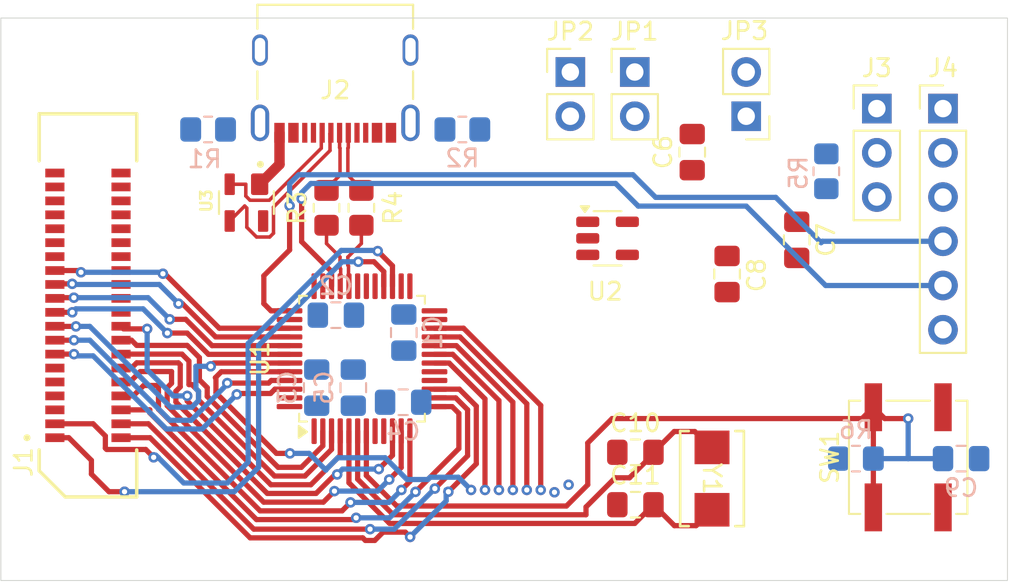
<source format=kicad_pcb>
(kicad_pcb (version 20221018) (generator pcbnew)
  (layers (0 "F.Cu" signal) (1 "In1.Cu" signal) (2 "In2.Cu" signal) (31 "B.Cu" signal) (34 "B.Paste" user) (35 "F.Paste" user) (36 "B.SilkS" user "B.Silkscreen") (37 "F.SilkS" user "F.Silkscreen") (38 "B.Mask" user) (39 "F.Mask" user) (44 "Edge.Cuts" user))
  (net 0 "")
  (net 1 "GND")
  (net 2 "VDD")
  (net 3 "COL15")
  (net 4 "ROW5")
  (net 5 "COL14")
  (net 6 "ROW4")
  (net 7 "COL13")
  (net 8 "ROW3")
  (net 9 "COL12")
  (net 10 "ROW2")
  (net 11 "COL11")
  (net 12 "ROW1")
  (net 13 "COL10")
  (net 14 "ROW0")
  (net 15 "COL9")
  (net 16 "ENC_B")
  (net 17 "COL8")
  (net 18 "ENC_A")
  (net 19 "COL7")
  (net 20 "ENC_SW")
  (net 21 "COL6")
  (net 23 "COL5")
  (net 25 "COL4")
  (net 27 "COL3")
  (net 29 "COL2")
  (net 31 "COL1")
  (net 33 "COL0")
  (net 42 "USB-")
  (net 43 "USB+")
  (net 45 "Net-(J2-CC1)")
  (net 47 "Net-(J2-CC2)")
  (net 49 "D+")
  (net 50 "D-")
  (net 51 "Net-(JP1-B)")
  (net 52 "Net-(JP3-A)")
  (net 53 "Net-(U2-BP)")
  (net 54 "VBUS")
  (net 55 "Net-(JP2-B)")
  (net 56 "NRST")
  (net 57 "BOOT")
  (net 58 "Net-(J3-Pin_2)")
  (net 59 "Net-(U1-PD0)")
  (net 60 "Net-(U1-PD1)")
  (net 61 "SWDIO")
  (net 62 "SWCLK")
  (footprint "Resistor_SMD:R_0805_2012Metric_Pad1.20x1.40mm_HandSolder" (layer "F.Cu") (at 111 63.2 -90)
    (fp_text reference "R4")
    (fp_text value "22")
  )
  (footprint "Controller:SAMTEC_ERM8-020-X-X-DV" (layer "F.Cu") (at 97.3 68.8 90)
    (fp_text reference "J1")
    (fp_text value "Conn_02x20_Odd_Even")
  )
  (footprint "Capacitor_SMD:C_0805_2012Metric_Pad1.18x1.45mm_HandSolder" (layer "F.Cu") (at 134 67 -90)
    (fp_text reference "C8")
    (fp_text value "0.1uF")
  )
  (footprint "Package_QFP:LQFP-48_7x7mm_P0.5mm" (layer "F.Cu") (at 113.0375 71.8625 90)
    (fp_text reference "U1")
    (fp_text value "STM32F103CBTx")
  )
  (footprint "Connector_PinHeader_2.54mm:PinHeader_1x02_P2.54mm_Vertical" (layer "F.Cu") (at 125 55.4)
    (fp_text reference "JP2")
    (fp_text value "Jumper_2_Open")
  )
  (footprint "Capacitor_SMD:C_0805_2012Metric_Pad1.18x1.45mm_HandSolder" (layer "F.Cu") (at 128.735968 80.2474)
    (fp_text reference "C11")
    (fp_text value "10pF")
  )
  (footprint "Connector_PinHeader_2.54mm:PinHeader_1x02_P2.54mm_Vertical" (layer "F.Cu") (at 135.1 57.94 180)
    (fp_text reference "JP3")
    (fp_text value "Jumper_2_Open")
  )
  (footprint "Capacitor_SMD:C_0805_2012Metric_Pad1.18x1.45mm_HandSolder" (layer "F.Cu") (at 138 65.0375 -90)
    (fp_text reference "C7")
    (fp_text value "10uF")
  )
  (footprint "Connector_PinHeader_2.54mm:PinHeader_1x02_P2.54mm_Vertical" (layer "F.Cu") (at 128.7 55.4)
    (fp_text reference "JP1")
    (fp_text value "Jumper_2_Open")
  )
  (footprint "Capacitor_SMD:C_0805_2012Metric_Pad1.18x1.45mm_HandSolder" (layer "F.Cu") (at 132 60 90)
    (fp_text reference "C6")
    (fp_text value "1uF")
  )
  (footprint "Button_Switch_SMD:SW_SPST_B3SL-1002P" (layer "F.Cu") (at 144.4 77.525 90)
    (fp_text reference "SW1")
    (fp_text value "SW_Push")
  )
  (footprint "Controller:AMPHENOL_12402012E212A" (layer "F.Cu") (at 111.5 54.14 180)
    (fp_text reference "J2")
    (fp_text value "USB_C_Receptacle")
  )
  (footprint "Connector_PinHeader_2.54mm:PinHeader_1x03_P2.54mm_Vertical" (layer "F.Cu") (at 142.6 57.5)
    (fp_text reference "J3")
    (fp_text value "Conn_01x03")
  )
  (footprint "Package_TO_SOT_SMD:SOT-23-5" (layer "F.Cu") (at 127.1375 64.95)
    (fp_text reference "U2")
    (fp_text value "AP131-33")
  )
  (footprint "Connector_PinHeader_2.54mm:PinHeader_1x06_P2.54mm_Vertical" (layer "F.Cu") (at 146.4 57.5)
    (fp_text reference "J4")
    (fp_text value "Conn_01x06")
  )
  (footprint "Resistor_SMD:R_0805_2012Metric_Pad1.20x1.40mm_HandSolder" (layer "F.Cu") (at 113 63.2 -90)
    (fp_text reference "R3")
    (fp_text value "22")
  )
  (footprint "Capacitor_SMD:C_0805_2012Metric_Pad1.18x1.45mm_HandSolder" (layer "F.Cu") (at 128.735968 77.2374)
    (fp_text reference "C10")
    (fp_text value "10pF")
  )
  (footprint "Controller:XTAL_ABM3-8.000MHZ-D2Y-T_ABR" (layer "F.Cu") (at 133.135968 78.7467 -90)
    (fp_text reference "Y1")
    (fp_text value "Crystal")
  )
  (footprint "Controller:SOT192P237X122-4N" (layer "F.Cu") (at 106.4 62.9 -90)
    (fp_text reference "U3")
    (fp_text value "TPD2E001DZDR")
  )
  (footprint "Capacitor_SMD:C_0805_2012Metric_Pad1.18x1.45mm_HandSolder" (layer "B.Cu") (at 110.4375 73.525 -90)
    (fp_text reference "C3")
    (fp_text value "100nF")
  )
  (footprint "Resistor_SMD:R_0805_2012Metric_Pad1.20x1.40mm_HandSolder" (layer "B.Cu") (at 141.4 77.6 180)
    (fp_text reference "R6")
    (fp_text value "10k")
  )
  (footprint "Capacitor_SMD:C_0805_2012Metric_Pad1.18x1.45mm_HandSolder" (layer "B.Cu") (at 111.5375 69.3625 180)
    (fp_text reference "C2")
    (fp_text value "100nF")
  )
  (footprint "Resistor_SMD:R_0805_2012Metric_Pad1.20x1.40mm_HandSolder" (layer "B.Cu") (at 104.2 58.7 180)
    (fp_text reference "R1")
    (fp_text value "5k1")
  )
  (footprint "Capacitor_SMD:C_0805_2012Metric_Pad1.18x1.45mm_HandSolder" (layer "B.Cu") (at 112.5375 73.525 -90)
    (fp_text reference "C5")
    (fp_text value "4.7uF")
  )
  (footprint "Capacitor_SMD:C_0805_2012Metric_Pad1.18x1.45mm_HandSolder" (layer "B.Cu") (at 115.4 74.3625)
    (fp_text reference "C4")
    (fp_text value "10nF")
  )
  (footprint "Capacitor_SMD:C_0805_2012Metric_Pad1.18x1.45mm_HandSolder" (layer "B.Cu") (at 115.4375 70.3625 90)
    (fp_text reference "C1")
    (fp_text value "100nF")
  )
  (footprint "Resistor_SMD:R_0805_2012Metric_Pad1.20x1.40mm_HandSolder" (layer "B.Cu") (at 118.8 58.7)
    (fp_text reference "R2")
    (fp_text value "5k1")
  )
  (footprint "Capacitor_SMD:C_0805_2012Metric_Pad1.18x1.45mm_HandSolder" (layer "B.Cu") (at 147.4375 77.6)
    (fp_text reference "C9")
    (fp_text value "0.1uF")
  )
  (footprint "Resistor_SMD:R_0805_2012Metric_Pad1.20x1.40mm_HandSolder" (layer "B.Cu") (at 139.7 61.1 90)
    (fp_text reference "R5")
    (fp_text value "10k")
  )
  (gr_poly (pts (xy 92.3 52.3) (xy 150.1 52.3) (xy 150.1 84.6) (xy 92.3 84.6)) (stroke (width 0.05)) (fill none) (layer "Edge.Cuts"))
  (segment (start 108.3 60.705) (end 108.3 58.89) (width 0.6) (layer "F.Cu") (net 1))
  (segment (start 107.16 61.845) (end 108.3 60.705) (width 0.6) (layer "F.Cu") (net 1))
  (segment (start 96.2 76.4) (end 97.5 77.7) (width 0.3) (layer "F.Cu") (net 3))
  (segment (start 98.50901 79.5) (end 99.4 79.5) (width 0.3) (layer "F.Cu") (net 3))
  (segment (start 113.723121 66.295001) (end 112.825 66.295001) (width 0.3) (layer "F.Cu") (net 3))
  (segment (start 97.5 77.7) (end 97.5 78.49099) (width 0.3) (layer "F.Cu") (net 3))
  (segment (start 114.2875 66.85938) (end 113.723121 66.295001) (width 0.3) (layer "F.Cu") (net 3))
  (segment (start 95.4 76.4) (end 96.2 76.4) (width 0.3) (layer "F.Cu") (net 3))
  (segment (start 97.5 78.49099) (end 98.50901 79.5) (width 0.3) (layer "F.Cu") (net 3))
  (segment (start 114.2875 67.7) (end 114.2875 66.85938) (width 0.3) (layer "F.Cu") (net 3))
  (via (at 99.4 79.5) (size 0.6) (drill 0.3) (layers "F.Cu" "B.Cu") (net 3))
  (via (at 112.825 66.295001) (size 0.6) (drill 0.3) (layers "F.Cu" "B.Cu") (net 3))
  (segment (start 107.1 78.1) (end 105.7 79.5) (width 0.3) (layer "B.Cu") (net 3))
  (segment (start 111.899543 66.295001) (end 107.1 71.094544) (width 0.3) (layer "B.Cu") (net 3))
  (segment (start 105.7 79.5) (end 99.4 79.5) (width 0.3) (layer "B.Cu") (net 3))
  (segment (start 112.825 66.295001) (end 111.899543 66.295001) (width 0.3) (layer "B.Cu") (net 3))
  (segment (start 107.1 71.094544) (end 107.1 78.1) (width 0.3) (layer "B.Cu") (net 3))
  (segment (start 119.6 77.900361) (end 119.6 74.585788) (width 0.3) (layer "F.Cu") (net 4))
  (segment (start 114.246839 81.8224) (end 115.5224 81.8224) (width 0.3) (layer "F.Cu") (net 4))
  (segment (start 113.230761 82.3) (end 113.769239 82.3) (width 0.3) (layer "F.Cu") (net 4))
  (segment (start 113.769239 82.3) (end 114.246839 81.8224) (width 0.3) (layer "F.Cu") (net 4))
  (segment (start 115.5224 81.8224) (end 115.8 82.1) (width 0.3) (layer "F.Cu") (net 4))
  (segment (start 117.998003 79.502358) (end 119.6 77.900361) (width 0.3) (layer "F.Cu") (net 4))
  (segment (start 119.6 74.585788) (end 118.626712 73.6125) (width 0.3) (layer "F.Cu") (net 4))
  (segment (start 99.2 76.4) (end 100.86447 76.4) (width 0.3) (layer "F.Cu") (net 4))
  (segment (start 118.626712 73.6125) (end 117.2 73.6125) (width 0.3) (layer "F.Cu") (net 4))
  (segment (start 113.080761 82.15) (end 113.230761 82.3) (width 0.3) (layer "F.Cu") (net 4))
  (segment (start 100.86447 76.4) (end 106.61447 82.15) (width 0.3) (layer "F.Cu") (net 4))
  (segment (start 106.61447 82.15) (end 113.080761 82.15) (width 0.3) (layer "F.Cu") (net 4))
  (via (at 117.998003 79.502358) (size 0.6) (drill 0.3) (layers "F.Cu" "B.Cu") (net 4))
  (via (at 115.8 82.1) (size 0.6) (drill 0.3) (layers "F.Cu" "B.Cu") (net 4))
  (segment (start 115.8 82.1) (end 117.86924 80.03076) (width 0.3) (layer "B.Cu") (net 4))
  (segment (start 117.895645 79.4) (end 117.998003 79.502358) (width 0.3) (layer "B.Cu") (net 4))
  (segment (start 117.86924 80.03076) (end 117.86924 79.4) (width 0.3) (layer "B.Cu") (net 4))
  (segment (start 117.86924 79.4) (end 117.895645 79.4) (width 0.3) (layer "B.Cu") (net 4))
  (segment (start 114.7875 66.528563) (end 113.941842 65.682905) (width 0.3) (layer "F.Cu") (net 5))
  (segment (start 101.072615 77.527385) (end 100.62023 77.075) (width 0.3) (layer "F.Cu") (net 5))
  (segment (start 97.6 75.6) (end 95.4 75.6) (width 0.3) (layer "F.Cu") (net 5))
  (segment (start 114.7875 67.7) (end 114.7875 66.528563) (width 0.3) (layer "F.Cu") (net 5))
  (segment (start 98.3 76.3) (end 97.6 75.6) (width 0.3) (layer "F.Cu") (net 5))
  (segment (start 98.375 77.075) (end 98.3 77) (width 0.3) (layer "F.Cu") (net 5))
  (segment (start 100.62023 77.075) (end 98.375 77.075) (width 0.3) (layer "F.Cu") (net 5))
  (segment (start 98.3 77) (end 98.3 76.3) (width 0.3) (layer "F.Cu") (net 5))
  (via (at 113.941842 65.682905) (size 0.6) (drill 0.3) (layers "F.Cu" "B.Cu") (net 5))
  (via (at 101.072615 77.527385) (size 0.6) (drill 0.3) (layers "F.Cu" "B.Cu") (net 5))
  (segment (start 101.35 77.55) (end 101.327385 77.527385) (width 0.3) (layer "B.Cu") (net 5))
  (segment (start 101.2 77.4) (end 101.35 77.55) (width 0.3) (layer "B.Cu") (net 5))
  (segment (start 102.8 79) (end 105.3 79) (width 0.3) (layer "B.Cu") (net 5))
  (segment (start 105.3 79) (end 106.5 77.8) (width 0.3) (layer "B.Cu") (net 5))
  (segment (start 101.35 77.55) (end 102.8 79) (width 0.3) (layer "B.Cu") (net 5))
  (segment (start 106.5 77.8) (end 106.5 70.987438) (width 0.3) (layer "B.Cu") (net 5))
  (segment (start 101.327385 77.527385) (end 101.072615 77.527385) (width 0.3) (layer "B.Cu") (net 5))
  (segment (start 113.903938 65.645001) (end 113.941842 65.682905) (width 0.3) (layer "B.Cu") (net 5))
  (segment (start 111.842437 65.645001) (end 113.903938 65.645001) (width 0.3) (layer "B.Cu") (net 5))
  (segment (start 106.5 70.987438) (end 111.842437 65.645001) (width 0.3) (layer "B.Cu") (net 5))
  (segment (start 99.2 75.6) (end 100.771576 75.6) (width 0.3) (layer "F.Cu") (net 6))
  (segment (start 119.1 77.43848) (end 119.1 74.792894) (width 0.3) (layer "F.Cu") (net 6))
  (segment (start 119.1 74.792894) (end 118.419606 74.1125) (width 0.3) (layer "F.Cu") (net 6))
  (segment (start 117.21924 79.31924) (end 119.1 77.43848) (width 0.3) (layer "F.Cu") (net 6))
  (segment (start 106.821576 81.65) (end 113.5 81.65) (width 0.3) (layer "F.Cu") (net 6))
  (segment (start 100.771576 75.6) (end 106.821576 81.65) (width 0.3) (layer "F.Cu") (net 6))
  (segment (start 118.419606 74.1125) (end 117.2 74.1125) (width 0.3) (layer "F.Cu") (net 6))
  (via (at 113.5 81.65) (size 0.6) (drill 0.3) (layers "F.Cu" "B.Cu") (net 6))
  (via (at 117.21924 79.31924) (size 0.6) (drill 0.3) (layers "F.Cu" "B.Cu") (net 6))
  (segment (start 114.88848 81.65) (end 117.21924 79.31924) (width 0.3) (layer "B.Cu") (net 6))
  (segment (start 113.5 81.65) (end 114.88848 81.65) (width 0.3) (layer "B.Cu") (net 6))
  (via (at 124.9 79.1) (size 0.6) (drill 0.3) (layers "F.Cu" "B.Cu") (net 7))
  (segment (start 116.10962 79.50962) (end 118.6 77.01924) (width 0.3) (layer "F.Cu") (net 8))
  (segment (start 118.6 77.01924) (end 118.6 75) (width 0.3) (layer "F.Cu") (net 8))
  (segment (start 118.6 75) (end 118.2125 74.6125) (width 0.3) (layer "F.Cu") (net 8))
  (segment (start 99.2 74.8) (end 100.85 74.8) (width 0.3) (layer "F.Cu") (net 8))
  (segment (start 100.85 74.8) (end 100.85 74.971318) (width 0.3) (layer "F.Cu") (net 8))
  (segment (start 106.978682 81.1) (end 112.6 81.1) (width 0.3) (layer "F.Cu") (net 8))
  (segment (start 112.6 81.1) (end 112.7 81) (width 0.3) (layer "F.Cu") (net 8))
  (segment (start 118.2125 74.6125) (end 117.2 74.6125) (width 0.3) (layer "F.Cu") (net 8))
  (segment (start 100.85 74.971318) (end 106.978682 81.1) (width 0.3) (layer "F.Cu") (net 8))
  (via (at 116.10962 79.50962) (size 0.6) (drill 0.3) (layers "F.Cu" "B.Cu") (net 8))
  (via (at 112.7 81) (size 0.6) (drill 0.3) (layers "F.Cu" "B.Cu") (net 8))
  (segment (start 112.7 81) (end 114.61924 81) (width 0.3) (layer "B.Cu") (net 8))
  (segment (start 114.61924 81) (end 116.10962 79.50962) (width 0.3) (layer "B.Cu") (net 8))
  (via (at 124.089126 79.531521) (size 0.6) (drill 0.3) (layers "F.Cu" "B.Cu") (net 9))
  (segment (start 111.894 80.6) (end 107.185788 80.6) (width 0.3) (layer "F.Cu") (net 10))
  (segment (start 101.35 74.764212) (end 101.35 73.4) (width 0.3) (layer "F.Cu") (net 10))
  (segment (start 99.9 74) (end 99.2 74) (width 0.3) (layer "F.Cu") (net 10))
  (segment (start 115.7875 76.025) (end 115.7875 78.9125) (width 0.3) (layer "F.Cu") (net 10))
  (segment (start 112.378845 80.115155) (end 111.894 80.6) (width 0.3) (layer "F.Cu") (net 10))
  (segment (start 100.5 73.4) (end 99.9 74) (width 0.3) (layer "F.Cu") (net 10))
  (segment (start 101.35 73.4) (end 100.5 73.4) (width 0.3) (layer "F.Cu") (net 10))
  (segment (start 115.7875 78.9125) (end 115.3 79.4) (width 0.3) (layer "F.Cu") (net 10))
  (segment (start 107.185788 80.6) (end 101.35 74.764212) (width 0.3) (layer "F.Cu") (net 10))
  (via (at 115.3 79.4) (size 0.6) (drill 0.3) (layers "F.Cu" "B.Cu") (net 10))
  (via (at 112.378845 80.115155) (size 0.6) (drill 0.3) (layers "F.Cu" "B.Cu") (net 10))
  (segment (start 112.378845 80.115155) (end 114.584845 80.115155) (width 0.3) (layer "B.Cu") (net 10))
  (segment (start 114.584845 80.115155) (end 115.3 79.4) (width 0.3) (layer "B.Cu") (net 10))
  (segment (start 123.300009 74.543465) (end 123.300009 79.4) (width 0.3) (layer "F.Cu") (net 11))
  (segment (start 117.2 70.1125) (end 118.869044 70.1125) (width 0.3) (layer "F.Cu") (net 11))
  (segment (start 118.869044 70.1125) (end 123.300009 74.543465) (width 0.3) (layer "F.Cu") (net 11))
  (via (at 123.300009 79.4) (size 0.6) (drill 0.3) (layers "F.Cu" "B.Cu") (net 11))
  (segment (start 100.307106 72.6) (end 99.707106 73.2) (width 0.3) (layer "F.Cu") (net 12))
  (segment (start 99.707106 73.2) (end 99.2 73.2) (width 0.3) (layer "F.Cu") (net 12))
  (segment (start 102.1 73.273655) (end 102.1 72.6) (width 0.3) (layer "F.Cu") (net 12))
  (segment (start 107.392894 80.1) (end 101.85 74.557106) (width 0.3) (layer "F.Cu") (net 12))
  (segment (start 115.2875 78.1125) (end 114.6 78.8) (width 0.3) (layer "F.Cu") (net 12))
  (segment (start 102.1 72.6) (end 100.307106 72.6) (width 0.3) (layer "F.Cu") (net 12))
  (segment (start 101.85 73.523655) (end 102.1 73.273655) (width 0.3) (layer "F.Cu") (net 12))
  (segment (start 115.2875 76.025) (end 115.2875 78.1125) (width 0.3) (layer "F.Cu") (net 12))
  (segment (start 110.819239 80.1) (end 107.392894 80.1) (width 0.3) (layer "F.Cu") (net 12))
  (segment (start 101.85 74.557106) (end 101.85 73.523655) (width 0.3) (layer "F.Cu") (net 12))
  (segment (start 111.454084 79.465155) (end 110.819239 80.1) (width 0.3) (layer "F.Cu") (net 12))
  (via (at 111.454084 79.465155) (size 0.6) (drill 0.3) (layers "F.Cu" "B.Cu") (net 12))
  (via (at 114.6 78.8) (size 0.6) (drill 0.3) (layers "F.Cu" "B.Cu") (net 12))
  (segment (start 113.934845 79.465155) (end 114.6 78.8) (width 0.3) (layer "B.Cu") (net 12))
  (segment (start 111.454084 79.465155) (end 113.934845 79.465155) (width 0.3) (layer "B.Cu") (net 12))
  (segment (start 122.500006 74.450568) (end 122.500006 79.4) (width 0.3) (layer "F.Cu") (net 13))
  (segment (start 117.2 70.6125) (end 118.661938 70.6125) (width 0.3) (layer "F.Cu") (net 13))
  (segment (start 118.661938 70.6125) (end 122.500006 74.450568) (width 0.3) (layer "F.Cu") (net 13))
  (via (at 122.500006 79.4) (size 0.6) (drill 0.3) (layers "F.Cu" "B.Cu") (net 13))
  (segment (start 100.1 72.1) (end 99.8 72.4) (width 0.3) (layer "F.Cu") (net 14))
  (segment (start 102.35 74.35) (end 102.35 73.730761) (width 0.3) (layer "F.Cu") (net 14))
  (segment (start 114.7875 76.025) (end 114.7875 77.4125) (width 0.3) (layer "F.Cu") (net 14))
  (segment (start 102.6 72.207106) (end 102.492894 72.1) (width 0.3) (layer "F.Cu") (net 14))
  (segment (start 102.35 73.730761) (end 102.6 73.480761) (width 0.3) (layer "F.Cu") (net 14))
  (segment (start 110.4 79.6) (end 107.6 79.6) (width 0.3) (layer "F.Cu") (net 14))
  (segment (start 102.492894 72.1) (end 100.1 72.1) (width 0.3) (layer "F.Cu") (net 14))
  (segment (start 102.6 73.480761) (end 102.6 72.207106) (width 0.3) (layer "F.Cu") (net 14))
  (segment (start 99.8 72.4) (end 99.2 72.4) (width 0.3) (layer "F.Cu") (net 14))
  (segment (start 111.60962 78.50962) (end 111.49038 78.50962) (width 0.3) (layer "F.Cu") (net 14))
  (segment (start 114.7875 77.4125) (end 114 78.2) (width 0.3) (layer "F.Cu") (net 14))
  (segment (start 107.6 79.6) (end 102.35 74.35) (width 0.3) (layer "F.Cu") (net 14))
  (segment (start 111.49038 78.50962) (end 110.4 79.6) (width 0.3) (layer "F.Cu") (net 14))
  (via (at 114 78.2) (size 0.6) (drill 0.3) (layers "F.Cu" "B.Cu") (net 14))
  (via (at 111.60962 78.50962) (size 0.6) (drill 0.3) (layers "F.Cu" "B.Cu") (net 14))
  (segment (start 111.60962 78.50962) (end 111.91924 78.2) (width 0.3) (layer "B.Cu") (net 14))
  (segment (start 111.91924 78.2) (end 114 78.2) (width 0.3) (layer "B.Cu") (net 14))
  (segment (start 105.846452 73.9125) (end 105.899572 73.85938) (width 0.3) (layer "F.Cu") (net 15))
  (segment (start 96.5 71.6) (end 95.4 71.6) (width 0.3) (layer "F.Cu") (net 15))
  (segment (start 108.03438 73.6125) (end 108.875 73.6125) (width 0.3) (layer "F.Cu") (net 15))
  (segment (start 105.899572 73.85938) (end 107.7875 73.85938) (width 0.3) (layer "F.Cu") (net 15))
  (segment (start 107.7875 73.85938) (end 108.03438 73.6125) (width 0.3) (layer "F.Cu") (net 15))
  (via (at 96.5 71.6) (size 0.6) (drill 0.3) (layers "F.Cu" "B.Cu") (net 15))
  (via (at 105.846452 73.9125) (size 0.6) (drill 0.3) (layers "F.Cu" "B.Cu") (net 15))
  (segment (start 101.8 75.9) (end 97.6 71.7) (width 0.3) (layer "B.Cu") (net 15))
  (segment (start 97.6 71.7) (end 96.6 71.7) (width 0.3) (layer "B.Cu") (net 15))
  (segment (start 105.846452 73.9125) (end 103.858952 75.9) (width 0.3) (layer "B.Cu") (net 15))
  (segment (start 103.858952 75.9) (end 101.8 75.9) (width 0.3) (layer "B.Cu") (net 15))
  (segment (start 96.6 71.7) (end 96.5 71.6) (width 0.3) (layer "B.Cu") (net 15))
  (segment (start 111.2875 77.072726) (end 109.760226 78.6) (width 0.3) (layer "F.Cu") (net 16))
  (segment (start 103.65 74.235788) (end 103.65 73.730761) (width 0.3) (layer "F.Cu") (net 16))
  (segment (start 111.2875 76.025) (end 111.2875 77.072726) (width 0.3) (layer "F.Cu") (net 16))
  (segment (start 109.760226 78.6) (end 108.014212 78.6) (width 0.3) (layer "F.Cu") (net 16))
  (segment (start 103.65 73.730761) (end 103.269239 73.35) (width 0.3) (layer "F.Cu") (net 16))
  (segment (start 102.7 71.6) (end 99.2 71.6) (width 0.3) (layer "F.Cu") (net 16))
  (segment (start 103.1 72) (end 102.7 71.6) (width 0.3) (layer "F.Cu") (net 16))
  (segment (start 108.014212 78.6) (end 103.65 74.235788) (width 0.3) (layer "F.Cu") (net 16))
  (segment (start 103.1 73.35) (end 103.1 72) (width 0.3) (layer "F.Cu") (net 16))
  (segment (start 103.269239 73.35) (end 103.1 73.35) (width 0.3) (layer "F.Cu") (net 16))
  (segment (start 107.677274 73.2625) (end 107.827274 73.1125) (width 0.3) (layer "F.Cu") (net 17))
  (segment (start 105.3 73.2625) (end 107.677274 73.2625) (width 0.3) (layer "F.Cu") (net 17))
  (segment (start 96.499997 70.8) (end 96.5 70.799997) (width 0.3) (layer "F.Cu") (net 17))
  (segment (start 95.4 70.8) (end 96.499997 70.8) (width 0.3) (layer "F.Cu") (net 17))
  (segment (start 107.827274 73.1125) (end 108.875 73.1125) (width 0.3) (layer "F.Cu") (net 17))
  (via (at 96.5 70.799997) (size 0.6) (drill 0.3) (layers "F.Cu" "B.Cu") (net 17))
  (via (at 105.3 73.2625) (size 0.6) (drill 0.3) (layers "F.Cu" "B.Cu") (net 17))
  (segment (start 102.007106 75.4) (end 97.407103 70.799997) (width 0.3) (layer "B.Cu") (net 17))
  (segment (start 105.3 73.325107) (end 103.225107 75.4) (width 0.3) (layer "B.Cu") (net 17))
  (segment (start 97.407103 70.799997) (end 96.5 70.799997) (width 0.3) (layer "B.Cu") (net 17))
  (segment (start 105.3 73.2625) (end 105.3 73.325107) (width 0.3) (layer "B.Cu") (net 17))
  (segment (start 103.225107 75.4) (end 102.007106 75.4) (width 0.3) (layer "B.Cu") (net 17))
  (segment (start 109.55312 78.1) (end 108.221318 78.1) (width 0.3) (layer "F.Cu") (net 18))
  (segment (start 104.15 73.523655) (end 103.7 73.073655) (width 0.3) (layer "F.Cu") (net 18))
  (segment (start 110.7875 76.025) (end 110.7875 76.86562) (width 0.3) (layer "F.Cu") (net 18))
  (segment (start 103 71.1) (end 100.1 71.1) (width 0.3) (layer "F.Cu") (net 18))
  (segment (start 100.1 71.1) (end 99.8 70.8) (width 0.3) (layer "F.Cu") (net 18))
  (segment (start 103.7 73.073655) (end 103.7 71.8) (width 0.3) (layer "F.Cu") (net 18))
  (segment (start 108.221318 78.1) (end 104.15 74.028682) (width 0.3) (layer "F.Cu") (net 18))
  (segment (start 99.8 70.8) (end 99.2 70.8) (width 0.3) (layer "F.Cu") (net 18))
  (segment (start 103.7 71.8) (end 103 71.1) (width 0.3) (layer "F.Cu") (net 18))
  (segment (start 104.15 74.028682) (end 104.15 73.523655) (width 0.3) (layer "F.Cu") (net 18))
  (segment (start 110.7875 76.86562) (end 109.55312 78.1) (width 0.3) (layer "F.Cu") (net 18))
  (segment (start 104.35 72.3) (end 104.5375 72.1125) (width 0.3) (layer "F.Cu") (net 19))
  (segment (start 104.5375 72.1125) (end 108.875 72.1125) (width 0.3) (layer "F.Cu") (net 19))
  (segment (start 95.408035 70.008035) (end 95.4 70) (width 0.3) (layer "F.Cu") (net 19))
  (segment (start 96.613138 70.008035) (end 95.408035 70.008035) (width 0.3) (layer "F.Cu") (net 19))
  (via (at 96.613138 70.008035) (size 0.6) (drill 0.3) (layers "F.Cu" "B.Cu") (net 19))
  (via (at 104.35 72.3) (size 0.6) (drill 0.3) (layers "F.Cu" "B.Cu") (net 19))
  (segment (start 103.269239 74.648762) (end 102.048762 74.648762) (width 0.3) (layer "B.Cu") (net 19))
  (segment (start 103.65 74.268001) (end 103.269239 74.648762) (width 0.3) (layer "B.Cu") (net 19))
  (segment (start 104.35 72.3) (end 103.5 72.3) (width 0.3) (layer "B.Cu") (net 19))
  (segment (start 102.048762 74.648762) (end 97.408035 70.008035) (width 0.3) (layer "B.Cu") (net 19))
  (segment (start 103.5 72.3) (end 103.5 73.579523) (width 0.3) (layer "B.Cu") (net 19))
  (segment (start 103.65 73.729523) (end 103.65 74.268001) (width 0.3) (layer "B.Cu") (net 19))
  (segment (start 97.408035 70.008035) (end 96.613138 70.008035) (width 0.3) (layer "B.Cu") (net 19))
  (segment (start 103.5 73.579523) (end 103.65 73.729523) (width 0.3) (layer "B.Cu") (net 19))
  (segment (start 110.1 79.1) (end 111.7875 77.4125) (width 0.3) (layer "F.Cu") (net 20))
  (segment (start 103 74.292894) (end 107.807106 79.1) (width 0.3) (layer "F.Cu") (net 20))
  (segment (start 103 73.998762) (end 103 74.292894) (width 0.3) (layer "F.Cu") (net 20))
  (segment (start 111.7875 77.4125) (end 111.7875 76.025) (width 0.3) (layer "F.Cu") (net 20))
  (segment (start 100.7 70.15) (end 99.35 70.15) (width 0.3) (layer "F.Cu") (net 20))
  (segment (start 107.807106 79.1) (end 110.1 79.1) (width 0.3) (layer "F.Cu") (net 20))
  (segment (start 99.35 70.15) (end 99.2 70) (width 0.3) (layer "F.Cu") (net 20))
  (via (at 100.7 70.15) (size 0.6) (drill 0.3) (layers "F.Cu" "B.Cu") (net 20))
  (via (at 103 73.998762) (size 0.6) (drill 0.3) (layers "F.Cu" "B.Cu") (net 20))
  (segment (start 100.7 72.5) (end 100.7 70.15) (width 0.3) (layer "B.Cu") (net 20))
  (segment (start 102.198762 73.998762) (end 100.7 72.5) (width 0.3) (layer "B.Cu") (net 20))
  (segment (start 103 73.998762) (end 102.198762 73.998762) (width 0.3) (layer "B.Cu") (net 20))
  (segment (start 96.4 69.2) (end 95.4 69.2) (width 0.3) (layer "F.Cu") (net 21))
  (segment (start 102.997486 70.39038) (end 104.219606 71.6125) (width 0.3) (layer "F.Cu") (net 21))
  (segment (start 104.219606 71.6125) (end 108.875 71.6125) (width 0.3) (layer "F.Cu") (net 21))
  (segment (start 101.85962 70.39038) (end 102.997486 70.39038) (width 0.3) (layer "F.Cu") (net 21))
  (via (at 96.4 69.2) (size 0.6) (drill 0.3) (layers "F.Cu" "B.Cu") (net 21))
  (via (at 101.85962 70.39038) (size 0.6) (drill 0.3) (layers "F.Cu" "B.Cu") (net 21))
  (segment (start 100.46924 69) (end 96.6 69) (width 0.3) (layer "B.Cu") (net 21))
  (segment (start 101.85962 70.39038) (end 100.46924 69) (width 0.3) (layer "B.Cu") (net 21))
  (segment (start 96.6 69) (end 96.4 69.2) (width 0.3) (layer "B.Cu") (net 21))
  (segment (start 95.441157 68.358843) (end 95.4 68.4) (width 0.3) (layer "F.Cu") (net 23))
  (segment (start 104.426712 71.1125) (end 102.91611 69.601898) (width 0.3) (layer "F.Cu") (net 23))
  (segment (start 108.875 71.1125) (end 104.426712 71.1125) (width 0.3) (layer "F.Cu") (net 23))
  (segment (start 96.49314 68.358843) (end 95.441157 68.358843) (width 0.3) (layer "F.Cu") (net 23))
  (segment (start 102.91611 69.601898) (end 101.994903 69.601898) (width 0.3) (layer "F.Cu") (net 23))
  (via (at 96.49314 68.358843) (size 0.6) (drill 0.3) (layers "F.Cu" "B.Cu") (net 23))
  (via (at 101.994903 69.601898) (size 0.6) (drill 0.3) (layers "F.Cu" "B.Cu") (net 23))
  (segment (start 101.994903 69.601898) (end 100.751848 68.358843) (width 0.3) (layer "B.Cu") (net 23))
  (segment (start 100.751848 68.358843) (end 96.49314 68.358843) (width 0.3) (layer "B.Cu") (net 23))
  (segment (start 108.875 70.6125) (end 104.633818 70.6125) (width 0.3) (layer "F.Cu") (net 25))
  (segment (start 102.721318 68.7) (end 102.5 68.7) (width 0.3) (layer "F.Cu") (net 25))
  (segment (start 104.633818 70.6125) (end 102.721318 68.7) (width 0.3) (layer "F.Cu") (net 25))
  (segment (start 95.435201 67.564799) (end 95.4 67.6) (width 0.3) (layer "F.Cu") (net 25))
  (segment (start 96.395679 67.564799) (end 95.435201 67.564799) (width 0.3) (layer "F.Cu") (net 25))
  (via (at 96.395679 67.564799) (size 0.6) (drill 0.3) (layers "F.Cu" "B.Cu") (net 25))
  (via (at 102.5 68.7) (size 0.6) (drill 0.3) (layers "F.Cu" "B.Cu") (net 25))
  (segment (start 102.5 68.7) (end 101.4 67.6) (width 0.3) (layer "B.Cu") (net 25))
  (segment (start 96.3 67.6) (end 96.360478 67.6) (width 0.3) (layer "B.Cu") (net 25))
  (segment (start 96.360478 67.6) (end 96.395679 67.564799) (width 0.3) (layer "B.Cu") (net 25))
  (segment (start 101.4 67.6) (end 96.3 67.6) (width 0.3) (layer "B.Cu") (net 25))
  (segment (start 95.4 66.8) (end 96.8 66.8) (width 0.3) (layer "F.Cu") (net 27))
  (segment (start 101.711779 66.983355) (end 101.605548 66.983355) (width 0.3) (layer "F.Cu") (net 27))
  (segment (start 108.875 70.1125) (end 104.840924 70.1125) (width 0.3) (layer "F.Cu") (net 27))
  (segment (start 104.840924 70.1125) (end 101.711779 66.983355) (width 0.3) (layer "F.Cu") (net 27))
  (segment (start 96.8 66.8) (end 96.9 66.9) (width 0.3) (layer "F.Cu") (net 27))
  (via (at 101.605548 66.983355) (size 0.6) (drill 0.3) (layers "F.Cu" "B.Cu") (net 27))
  (via (at 96.9 66.9) (size 0.6) (drill 0.3) (layers "F.Cu" "B.Cu") (net 27))
  (segment (start 101.522193 66.9) (end 101.605548 66.983355) (width 0.3) (layer "B.Cu") (net 27))
  (segment (start 96.9 66.9) (end 101.522193 66.9) (width 0.3) (layer "B.Cu") (net 27))
  (segment (start 118.454832 71.1125) (end 121.700003 74.357671) (width 0.3) (layer "F.Cu") (net 29))
  (segment (start 117.2 71.1125) (end 118.454832 71.1125) (width 0.3) (layer "F.Cu") (net 29))
  (segment (start 121.700003 74.357671) (end 121.700003 79.4) (width 0.3) (layer "F.Cu") (net 29))
  (via (at 121.700003 79.4) (size 0.6) (drill 0.3) (layers "F.Cu" "B.Cu") (net 29))
  (segment (start 120.9 74.264774) (end 120.9 79.4) (width 0.3) (layer "F.Cu") (net 31))
  (segment (start 117.2 71.6125) (end 118.247726 71.6125) (width 0.3) (layer "F.Cu") (net 31))
  (segment (start 118.247726 71.6125) (end 120.9 74.264774) (width 0.3) (layer "F.Cu") (net 31))
  (via (at 120.9 79.4) (size 0.6) (drill 0.3) (layers "F.Cu" "B.Cu") (net 31))
  (segment (start 117.2 72.1125) (end 118.04062 72.1125) (width 0.3) (layer "F.Cu") (net 33))
  (segment (start 118.04062 72.1125) (end 120.1 74.17188) (width 0.3) (layer "F.Cu") (net 33))
  (segment (start 120.1 74.17188) (end 120.1 79.4) (width 0.3) (layer "F.Cu") (net 33))
  (via (at 120.1 79.4) (size 0.6) (drill 0.3) (layers "F.Cu" "B.Cu") (net 33))
  (segment (start 113 65.250001) (end 112.225 66.025001) (width 0.2) (layer "F.Cu") (net 42))
  (segment (start 112.2625 67.0875) (end 112.2875 67.1125) (width 0.2) (layer "F.Cu") (net 42))
  (segment (start 112.2875 67.1125) (end 112.2875 67.7) (width 0.2) (layer "F.Cu") (net 42))
  (segment (start 112.225 66.025001) (end 112.225 66.5) (width 0.2) (layer "F.Cu") (net 42))
  (segment (start 112.2625 66.5375) (end 112.2625 67.0875) (width 0.2) (layer "F.Cu") (net 42))
  (segment (start 112.225 66.5) (end 112.2625 66.5375) (width 0.2) (layer "F.Cu") (net 42))
  (segment (start 113 64.2) (end 113 65.250001) (width 0.2) (layer "F.Cu") (net 42))
  (segment (start 111.775 66.672206) (end 111.8125 66.709706) (width 0.2) (layer "F.Cu") (net 43))
  (segment (start 111.8125 66.709706) (end 111.8125 67.0875) (width 0.2) (layer "F.Cu") (net 43))
  (segment (start 111.775 66.025001) (end 111.775 66.672206) (width 0.2) (layer "F.Cu") (net 43))
  (segment (start 111 64.2) (end 111 65.250001) (width 0.2) (layer "F.Cu") (net 43))
  (segment (start 111 65.250001) (end 111.775 66.025001) (width 0.2) (layer "F.Cu") (net 43))
  (segment (start 111.7875 67.1125) (end 111.7875 67.7) (width 0.2) (layer "F.Cu") (net 43))
  (segment (start 111.8125 67.0875) (end 111.7875 67.1125) (width 0.2) (layer "F.Cu") (net 43))
  (segment (start 111.75 59.745001) (end 111.775 59.770001) (width 0.2) (layer "F.Cu") (net 49))
  (segment (start 111 62.1) (end 111 62.2) (width 0.2) (layer "F.Cu") (net 49))
  (segment (start 110.7 59.775202) (end 107.710202 62.765) (width 0.2) (layer "F.Cu") (net 49))
  (segment (start 111.775 61.325) (end 111 62.1) (width 0.2) (layer "F.Cu") (net 49))
  (segment (start 111.775 59.770001) (end 111.775 61.325) (width 0.2) (layer "F.Cu") (net 49))
  (segment (start 106.365 61.845) (end 105.44 61.845) (width 0.2) (layer "F.Cu") (net 49))
  (segment (start 110.7 58.89) (end 110.7 59.775202) (width 0.2) (layer "F.Cu") (net 49))
  (segment (start 106.609798 62.765) (end 106.365 62.520202) (width 0.2) (layer "F.Cu") (net 49))
  (segment (start 111.75 58.89) (end 111.75 59.745001) (width 0.2) (layer "F.Cu") (net 49))
  (segment (start 107.710202 62.765) (end 106.609798 62.765) (width 0.2) (layer "F.Cu") (net 49))
  (segment (start 110.75 58.89) (end 110.7 58.89) (width 0.2) (layer "F.Cu") (net 49))
  (segment (start 106.365 62.520202) (end 106.365 61.845) (width 0.2) (layer "F.Cu") (net 49))
  (segment (start 113 62.1) (end 113 62.2) (width 0.2) (layer "F.Cu") (net 50))
  (segment (start 106.42341 64.316516) (end 106.42341 63.21498) (width 0.2) (layer "F.Cu") (net 50))
  (segment (start 106.981894 64.875) (end 106.42341 64.316516) (width 0.2) (layer "F.Cu") (net 50))
  (segment (start 106.301715 63.093285) (end 105.44 63.955) (width 0.2) (layer "F.Cu") (net 50))
  (segment (start 112.25 59.745001) (end 112.225 59.770001) (width 0.2) (layer "F.Cu") (net 50))
  (segment (start 106.42341 63.21498) (end 106.301715 63.093285) (width 0.2) (layer "F.Cu") (net 50))
  (segment (start 107.738106 64.875) (end 106.981894 64.875) (width 0.2) (layer "F.Cu") (net 50))
  (segment (start 107.955 63.15657) (end 107.955 64.658106) (width 0.2) (layer "F.Cu") (net 50))
  (segment (start 111.2 59.91157) (end 107.955 63.15657) (width 0.2) (layer "F.Cu") (net 50))
  (segment (start 112.25 58.89) (end 112.25 59.745001) (width 0.2) (layer "F.Cu") (net 50))
  (segment (start 107.955 64.658106) (end 107.738106 64.875) (width 0.2) (layer "F.Cu") (net 50))
  (segment (start 111.25 58.89) (end 111.2 58.94) (width 0.2) (layer "F.Cu") (net 50))
  (segment (start 111.2 58.94) (end 111.2 59.91157) (width 0.2) (layer "F.Cu") (net 50))
  (segment (start 112.225 59.770001) (end 112.225 61.325) (width 0.2) (layer "F.Cu") (net 50))
  (segment (start 112.225 61.325) (end 113 62.1) (width 0.2) (layer "F.Cu") (net 50))
  (segment (start 127.4 75.3) (end 141.75 75.3) (width 0.3) (layer "F.Cu") (net 56))
  (segment (start 115.036612 80.3224) (end 124.7776 80.3224) (width 0.3) (layer "F.Cu") (net 56))
  (segment (start 113.2875 78.573288) (end 115.036612 80.3224) (width 0.3) (layer "F.Cu") (net 56))
  (segment (start 126 76.7) (end 127.4 75.3) (width 0.3) (layer "F.Cu") (net 56))
  (segment (start 141.75 75.3) (end 142.4 74.65) (width 0.3) (layer "F.Cu") (net 56))
  (segment (start 113.2875 76.025) (end 113.2875 78.573288) (width 0.3) (layer "F.Cu") (net 56))
  (segment (start 142.4 80.4) (end 142.4 74.65) (width 0.3) (layer "F.Cu") (net 56))
  (segment (start 143.05 75.3) (end 142.4 74.65) (width 0.3) (layer "F.Cu") (net 56))
  (segment (start 124.7776 80.3224) (end 126 79.1) (width 0.3) (layer "F.Cu") (net 56))
  (segment (start 126 79.1) (end 126 76.7) (width 0.3) (layer "F.Cu") (net 56))
  (segment (start 144.4 75.3) (end 143.05 75.3) (width 0.3) (layer "F.Cu") (net 56))
  (via (at 144.4 75.3) (size 0.6) (drill 0.3) (layers "F.Cu" "B.Cu") (net 56))
  (segment (start 144.4 77.6) (end 144.4 75.3) (width 0.3) (layer "B.Cu") (net 56))
  (segment (start 144.4 77.6) (end 146.4 77.6) (width 0.3) (layer "B.Cu") (net 56))
  (segment (start 144.4 77.6) (end 142.4 77.6) (width 0.3) (layer "B.Cu") (net 56))
  (segment (start 104.65 73.821576) (end 108.128424 77.3) (width 0.3) (layer "F.Cu") (net 57))
  (segment (start 104.619239 72.95) (end 104.65 72.980761) (width 0.3) (layer "F.Cu") (net 57))
  (segment (start 104.956739 72.6125) (end 104.619239 72.95) (width 0.3) (layer "F.Cu") (net 57))
  (segment (start 108.875 72.6125) (end 104.956739 72.6125) (width 0.3) (layer "F.Cu") (net 57))
  (segment (start 108.128424 77.3) (end 108.9 77.3) (width 0.3) (layer "F.Cu") (net 57))
  (segment (start 104.65 72.980761) (end 104.65 73.821576) (width 0.3) (layer "F.Cu") (net 57))
  (via (at 108.9 77.3) (size 0.6) (drill 0.3) (layers "F.Cu" "B.Cu") (net 57))
  (via (at 119.3 79.4) (size 0.6) (drill 0.3) (layers "F.Cu" "B.Cu") (net 57))
  (segment (start 110.95962 78.240381) (end 111.650001 77.55) (width 0.3) (layer "B.Cu") (net 57))
  (segment (start 114.369239 77.55) (end 115.619239 78.8) (width 0.3) (layer "B.Cu") (net 57))
  (segment (start 115.619239 78.8) (end 116.819241 78.8) (width 0.3) (layer "B.Cu") (net 57))
  (segment (start 116.819241 78.8) (end 116.950001 78.66924) (width 0.3) (layer "B.Cu") (net 57))
  (segment (start 110 77.3) (end 110.95962 78.25962) (width 0.3) (layer "B.Cu") (net 57))
  (segment (start 110.95962 78.25962) (end 110.95962 78.240381) (width 0.3) (layer "B.Cu") (net 57))
  (segment (start 111.650001 77.55) (end 114.369239 77.55) (width 0.3) (layer "B.Cu") (net 57))
  (segment (start 116.950001 78.66924) (end 118.56924 78.66924) (width 0.3) (layer "B.Cu") (net 57))
  (segment (start 118.56924 78.66924) (end 119.3 79.4) (width 0.3) (layer "B.Cu") (net 57))
  (segment (start 108.9 77.3) (end 110 77.3) (width 0.3) (layer "B.Cu") (net 57))
  (segment (start 128.698468 81.3224) (end 129.773468 80.2474) (width 0.3) (layer "F.Cu") (net 59))
  (segment (start 112.2875 76.025) (end 112.2875 78.9875) (width 0.3) (layer "F.Cu") (net 59))
  (segment (start 114.6224 81.3224) (end 128.698468 81.3224) (width 0.3) (layer "F.Cu") (net 59))
  (segment (start 132.223968 81.4494) (end 130.975468 81.4494) (width 0.3) (layer "F.Cu") (net 59))
  (segment (start 112.2875 78.9875) (end 114.6224 81.3224) (width 0.3) (layer "F.Cu") (net 59))
  (segment (start 133.135968 80.5374) (end 132.223968 81.4494) (width 0.3) (layer "F.Cu") (net 59))
  (segment (start 130.975468 81.4494) (end 129.773468 80.2474) (width 0.3) (layer "F.Cu") (net 59))
  (segment (start 114.829506 80.8224) (end 125.9 80.8224) (width 0.3) (layer "F.Cu") (net 60))
  (segment (start 133.056 76.956) (end 132.144 76.044) (width 0.3) (layer "F.Cu") (net 60))
  (segment (start 125.9 80.377912) (end 127.577912 78.7) (width 0.3) (layer "F.Cu") (net 60))
  (segment (start 129.773468 77.326532) (end 129.773468 77.2374) (width 0.3) (layer "F.Cu") (net 60))
  (segment (start 132.144 76.044) (end 130.966868 76.044) (width 0.3) (layer "F.Cu") (net 60))
  (segment (start 133.135968 76.956) (end 133.056 76.956) (width 0.3) (layer "F.Cu") (net 60))
  (segment (start 127.577912 78.7) (end 128.4 78.7) (width 0.3) (layer "F.Cu") (net 60))
  (segment (start 112.7875 76.025) (end 112.7875 78.780394) (width 0.3) (layer "F.Cu") (net 60))
  (segment (start 112.7875 78.780394) (end 114.829506 80.8224) (width 0.3) (layer "F.Cu") (net 60))
  (segment (start 128.4 78.7) (end 129.773468 77.326532) (width 0.3) (layer "F.Cu") (net 60))
  (segment (start 125.9 80.8224) (end 125.9 80.377912) (width 0.3) (layer "F.Cu") (net 60))
  (segment (start 130.966868 76.044) (end 129.773468 77.2374) (width 0.3) (layer "F.Cu") (net 60))
  (segment (start 109.570667 62.676252) (end 109.570667 65.142547) (width 0.3) (layer "F.Cu") (net 61))
  (segment (start 111.2875 66.85938) (end 111.2875 67.7) (width 0.3) (layer "F.Cu") (net 61))
  (segment (start 109.570667 65.142547) (end 111.2875 66.85938) (width 0.3) (layer "F.Cu") (net 61))
  (via (at 109.570667 62.676252) (size 0.6) (drill 0.3) (layers "F.Cu" "B.Cu") (net 61))
  (segment (start 127.6 61.8) (end 128.9 63.1) (width 0.3) (layer "B.Cu") (net 61))
  (segment (start 109.570667 62.329333) (end 110.1 61.8) (width 0.3) (layer "B.Cu") (net 61))
  (segment (start 109.570667 62.676252) (end 109.570667 62.329333) (width 0.3) (layer "B.Cu") (net 61))
  (segment (start 139.66 67.66) (end 146.4 67.66) (width 0.3) (layer "B.Cu") (net 61))
  (segment (start 135.1 63.1) (end 139.66 67.66) (width 0.3) (layer "B.Cu") (net 61))
  (segment (start 110.1 61.8) (end 127.6 61.8) (width 0.3) (layer "B.Cu") (net 61))
  (segment (start 128.9 63.1) (end 135.1 63.1) (width 0.3) (layer "B.Cu") (net 61))
  (segment (start 107.8125 69.1125) (end 107.4 68.7) (width 0.3) (layer "F.Cu") (net 62))
  (segment (start 108.88005 65.61995) (end 108.88005 63.08005) (width 0.3) (layer "F.Cu") (net 62))
  (segment (start 107.4 67.1) (end 108.88005 65.61995) (width 0.3) (layer "F.Cu") (net 62))
  (segment (start 108.875 69.1125) (end 107.8125 69.1125) (width 0.3) (layer "F.Cu") (net 62))
  (segment (start 107.4 68.7) (end 107.4 67.1) (width 0.3) (layer "F.Cu") (net 62))
  (via (at 108.88005 63.08005) (size 0.6) (drill 0.3) (layers "F.Cu" "B.Cu") (net 62))
  (segment (start 109.4 61.3) (end 128.6 61.3) (width 0.3) (layer "B.Cu") (net 62))
  (segment (start 129.9 62.6) (end 136.8 62.6) (width 0.3) (layer "B.Cu") (net 62))
  (segment (start 139.48 65.12) (end 146.4 65.12) (width 0.3) (layer "B.Cu") (net 62))
  (segment (start 139.4 65.2) (end 139.48 65.12) (width 0.3) (layer "B.Cu") (net 62))
  (segment (start 108.88005 63.08005) (end 108.88005 61.81995) (width 0.3) (layer "B.Cu") (net 62))
  (segment (start 108.88005 61.81995) (end 109.4 61.3) (width 0.3) (layer "B.Cu") (net 62))
  (segment (start 136.8 62.6) (end 139.4 65.2) (width 0.3) (layer "B.Cu") (net 62))
  (segment (start 128.6 61.3) (end 129.9 62.6) (width 0.3) (layer "B.Cu") (net 62))
)
</source>
